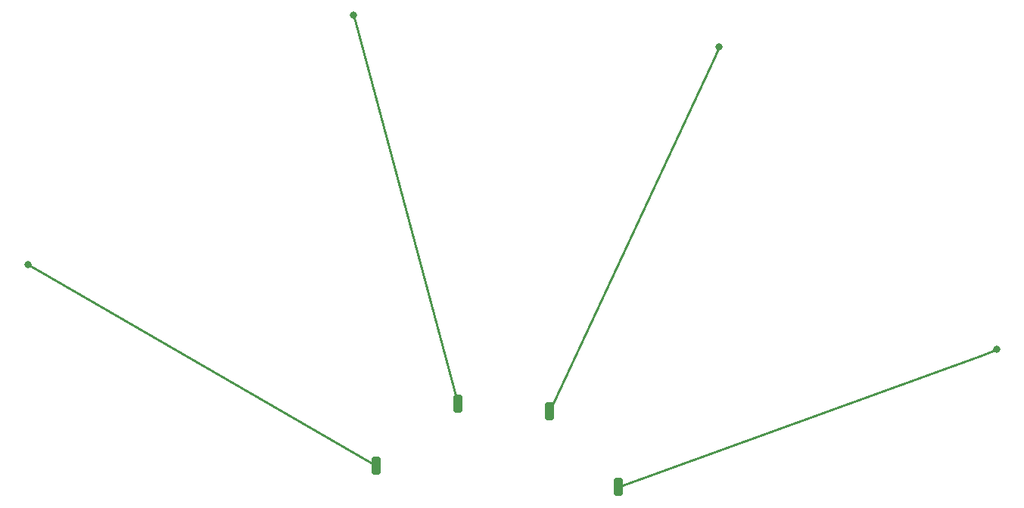
<source format=gbr>
%TF.GenerationSoftware,KiCad,Pcbnew,7.0.9*%
%TF.CreationDate,2024-02-29T12:55:39-04:00*%
%TF.ProjectId,phantomArc,7068616e-746f-46d4-9172-632e6b696361,v0.1*%
%TF.SameCoordinates,Original*%
%TF.FileFunction,Copper,L1,Top*%
%TF.FilePolarity,Positive*%
%FSLAX46Y46*%
G04 Gerber Fmt 4.6, Leading zero omitted, Abs format (unit mm)*
G04 Created by KiCad (PCBNEW 7.0.9) date 2024-02-29 12:55:39*
%MOMM*%
%LPD*%
G01*
G04 APERTURE LIST*
G04 Aperture macros list*
%AMRoundRect*
0 Rectangle with rounded corners*
0 $1 Rounding radius*
0 $2 $3 $4 $5 $6 $7 $8 $9 X,Y pos of 4 corners*
0 Add a 4 corners polygon primitive as box body*
4,1,4,$2,$3,$4,$5,$6,$7,$8,$9,$2,$3,0*
0 Add four circle primitives for the rounded corners*
1,1,$1+$1,$2,$3*
1,1,$1+$1,$4,$5*
1,1,$1+$1,$6,$7*
1,1,$1+$1,$8,$9*
0 Add four rect primitives between the rounded corners*
20,1,$1+$1,$2,$3,$4,$5,0*
20,1,$1+$1,$4,$5,$6,$7,0*
20,1,$1+$1,$6,$7,$8,$9,0*
20,1,$1+$1,$8,$9,$2,$3,0*%
G04 Aperture macros list end*
%TA.AperFunction,SMDPad,CuDef*%
%ADD10RoundRect,0.250000X-0.250000X-0.750000X0.250000X-0.750000X0.250000X0.750000X-0.250000X0.750000X0*%
%TD*%
%TA.AperFunction,ViaPad*%
%ADD11C,0.800000*%
%TD*%
%TA.AperFunction,Conductor*%
%ADD12C,0.250000*%
%TD*%
G04 APERTURE END LIST*
D10*
%TO.P,Q2_in1,1,Pin_1*%
%TO.N,Net-(Q2_in1-Pin_1)*%
X151118000Y-115511000D03*
%TD*%
%TO.P,Q1_in1,1,Pin_1*%
%TO.N,Net-(Q1_in1-Pin_1)*%
X142010000Y-122500000D03*
%TD*%
%TO.P,Q3_in1,1,Pin_1*%
%TO.N,Net-(Q3_in1-Pin_1)*%
X161339000Y-116405000D03*
%TD*%
%TO.P,Q4_in1,1,Pin_1*%
%TO.N,Net-(Q4_in1-Pin_1)*%
X169095000Y-124870000D03*
%TD*%
D11*
%TO.N,Net-(Q1_in1-Pin_1)*%
X103038480Y-100000000D03*
%TO.N,Net-(Q2_in1-Pin_1)*%
X139470860Y-72044450D03*
%TO.N,Net-(Q3_in1-Pin_1)*%
X180357100Y-75621533D03*
%TO.N,Net-(Q4_in1-Pin_1)*%
X211381560Y-109478790D03*
%TD*%
D12*
%TO.N,Net-(Q1_in1-Pin_1)*%
X103800000Y-100400000D02*
X103038480Y-100000000D01*
X142010000Y-122500000D02*
X103800000Y-100400000D01*
%TO.N,Net-(Q2_in1-Pin_1)*%
X151118000Y-115511000D02*
X139800000Y-73200000D01*
X139800000Y-73200000D02*
X139470860Y-72044450D01*
%TO.N,Net-(Q3_in1-Pin_1)*%
X161339000Y-116405000D02*
X179800000Y-76800000D01*
X179800000Y-76800000D02*
X180357100Y-75621533D01*
%TO.N,Net-(Q4_in1-Pin_1)*%
X169095000Y-124870000D02*
X210000000Y-110000000D01*
X210000000Y-110000000D02*
X211381560Y-109478790D01*
%TD*%
M02*

</source>
